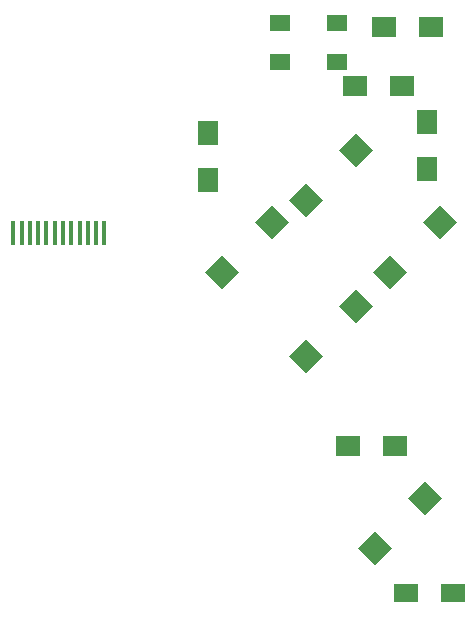
<source format=gbr>
G04 #@! TF.FileFunction,Paste,Top*
%FSLAX46Y46*%
G04 Gerber Fmt 4.6, Leading zero omitted, Abs format (unit mm)*
G04 Created by KiCad (PCBNEW 4.0.4-stable) date 04/18/19 20:28:09*
%MOMM*%
%LPD*%
G01*
G04 APERTURE LIST*
%ADD10C,0.100000*%
%ADD11R,2.000000X1.600000*%
%ADD12R,0.350000X2.000000*%
%ADD13R,1.700000X2.000000*%
%ADD14R,2.000000X1.700000*%
%ADD15R,1.800000X1.400000*%
G04 APERTURE END LIST*
D10*
G36*
X131551533Y-52454253D02*
X132965747Y-51040039D01*
X134379961Y-52454253D01*
X132965747Y-53868467D01*
X131551533Y-52454253D01*
X131551533Y-52454253D01*
G37*
G36*
X127308893Y-56696893D02*
X128723107Y-55282679D01*
X130137321Y-56696893D01*
X128723107Y-58111107D01*
X127308893Y-56696893D01*
X127308893Y-56696893D01*
G37*
G36*
X138663533Y-59566253D02*
X140077747Y-58152039D01*
X141491961Y-59566253D01*
X140077747Y-60980467D01*
X138663533Y-59566253D01*
X138663533Y-59566253D01*
G37*
G36*
X134420893Y-63808893D02*
X135835107Y-62394679D01*
X137249321Y-63808893D01*
X135835107Y-65223107D01*
X134420893Y-63808893D01*
X134420893Y-63808893D01*
G37*
G36*
X138663533Y-46358253D02*
X140077747Y-44944039D01*
X141491961Y-46358253D01*
X140077747Y-47772467D01*
X138663533Y-46358253D01*
X138663533Y-46358253D01*
G37*
G36*
X134420893Y-50600893D02*
X135835107Y-49186679D01*
X137249321Y-50600893D01*
X135835107Y-52015107D01*
X134420893Y-50600893D01*
X134420893Y-50600893D01*
G37*
G36*
X145775533Y-52454253D02*
X147189747Y-51040039D01*
X148603961Y-52454253D01*
X147189747Y-53868467D01*
X145775533Y-52454253D01*
X145775533Y-52454253D01*
G37*
G36*
X141532893Y-56696893D02*
X142947107Y-55282679D01*
X144361321Y-56696893D01*
X142947107Y-58111107D01*
X141532893Y-56696893D01*
X141532893Y-56696893D01*
G37*
G36*
X144505533Y-75822253D02*
X145919747Y-74408039D01*
X147333961Y-75822253D01*
X145919747Y-77236467D01*
X144505533Y-75822253D01*
X144505533Y-75822253D01*
G37*
G36*
X140262893Y-80064893D02*
X141677107Y-78650679D01*
X143091321Y-80064893D01*
X141677107Y-81479107D01*
X140262893Y-80064893D01*
X140262893Y-80064893D01*
G37*
D11*
X144304000Y-83820000D03*
X148304000Y-83820000D03*
D12*
X118760000Y-53340000D03*
X118060000Y-53340000D03*
X117360000Y-53340000D03*
X116660000Y-53340000D03*
X115960000Y-53340000D03*
X115260000Y-53340000D03*
X114560000Y-53340000D03*
X113860000Y-53340000D03*
X113160000Y-53340000D03*
X112460000Y-53340000D03*
X111760000Y-53340000D03*
X111060000Y-53340000D03*
D13*
X127508000Y-44863000D03*
X127508000Y-48863000D03*
D14*
X143986000Y-40894000D03*
X139986000Y-40894000D03*
D13*
X146050000Y-47974000D03*
X146050000Y-43974000D03*
D14*
X139351000Y-71374000D03*
X143351000Y-71374000D03*
X142399000Y-35941000D03*
X146399000Y-35941000D03*
D15*
X133617000Y-35561000D03*
X133617000Y-38861000D03*
X138417000Y-38861000D03*
X138417000Y-35561000D03*
M02*

</source>
